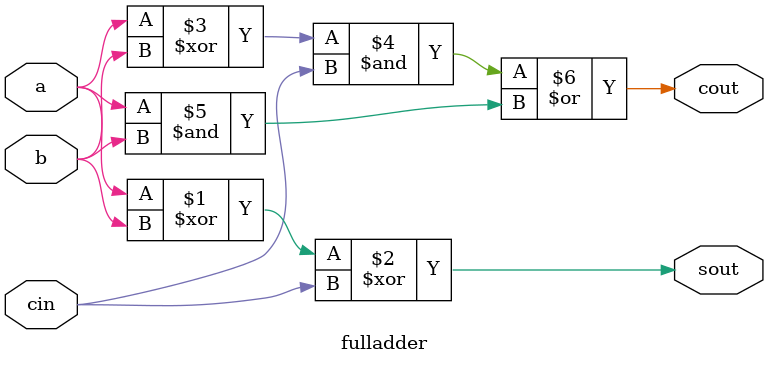
<source format=sv>
module fulladder (
    output logic sout,cout,
    input logic a,b,cin
);

assign sout = a ^ b ^ cin;
assign cout = ( (a ^ b) & cin ) | (a&b);

endmodule
</source>
